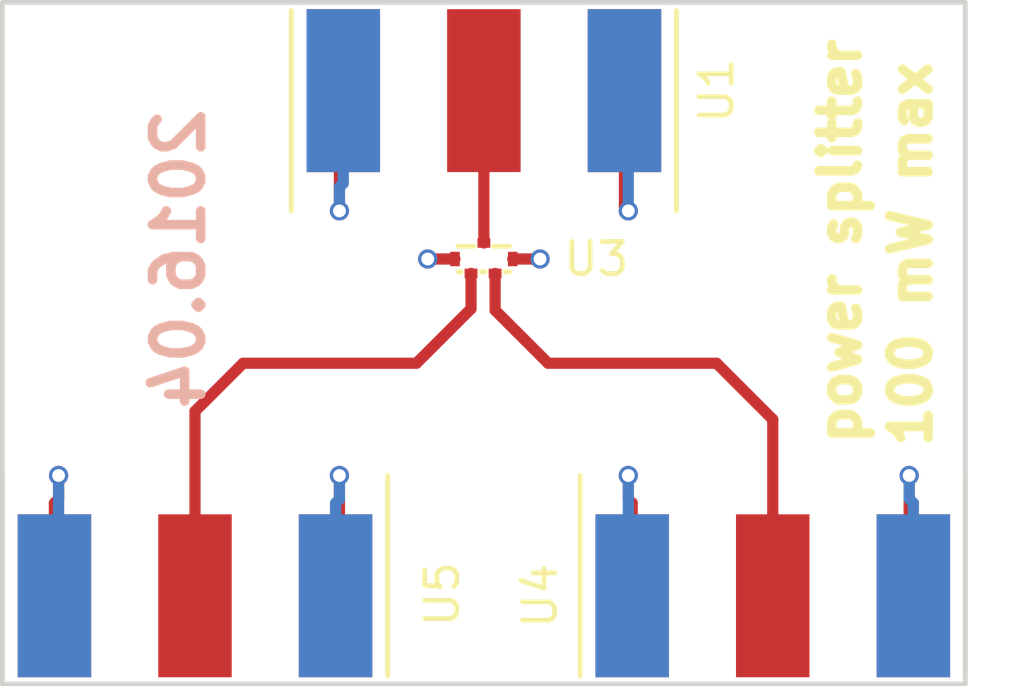
<source format=kicad_pcb>
(kicad_pcb (version 4) (host pcbnew 4.0.2-stable)

  (general
    (links 16)
    (no_connects 14)
    (area 131.524999 92.924999 166.075001 117.075001)
    (thickness 1.6)
    (drawings 7)
    (tracks 51)
    (zones 0)
    (modules 4)
    (nets 5)
  )

  (page A4)
  (layers
    (0 F.Cu signal)
    (1 In1.Cu signal)
    (2 In2.Cu signal)
    (31 B.Cu signal)
    (32 B.Adhes user)
    (33 F.Adhes user)
    (34 B.Paste user)
    (35 F.Paste user)
    (36 B.SilkS user)
    (37 F.SilkS user)
    (38 B.Mask user)
    (39 F.Mask user)
    (40 Dwgs.User user)
    (41 Cmts.User user)
    (42 Eco1.User user)
    (43 Eco2.User user)
    (44 Edge.Cuts user)
    (45 Margin user)
    (46 B.CrtYd user)
    (47 F.CrtYd user)
    (48 B.Fab user)
    (49 F.Fab user)
  )

  (setup
    (last_trace_width 0.35)
    (user_trace_width 0.35)
    (trace_clearance 0.127)
    (zone_clearance 0.7)
    (zone_45_only no)
    (trace_min 0.2)
    (segment_width 0.2)
    (edge_width 0.15)
    (via_size 0.6)
    (via_drill 0.4)
    (via_min_size 0.4)
    (via_min_drill 0.3)
    (uvia_size 0.3)
    (uvia_drill 0.1)
    (uvias_allowed no)
    (uvia_min_size 0)
    (uvia_min_drill 0)
    (pcb_text_width 0.3)
    (pcb_text_size 1.5 1.5)
    (mod_edge_width 0.15)
    (mod_text_size 1 1)
    (mod_text_width 0.15)
    (pad_size 1.524 1.524)
    (pad_drill 0.762)
    (pad_to_mask_clearance 0.2)
    (aux_axis_origin 0 0)
    (visible_elements FFFEFF7F)
    (pcbplotparams
      (layerselection 0x010f0_80000007)
      (usegerberextensions true)
      (excludeedgelayer true)
      (linewidth 0.100000)
      (plotframeref false)
      (viasonmask false)
      (mode 1)
      (useauxorigin false)
      (hpglpennumber 1)
      (hpglpenspeed 20)
      (hpglpendiameter 15)
      (hpglpenoverlay 2)
      (psnegative false)
      (psa4output false)
      (plotreference true)
      (plotvalue true)
      (plotinvisibletext false)
      (padsonsilk false)
      (subtractmaskfromsilk false)
      (outputformat 1)
      (mirror false)
      (drillshape 0)
      (scaleselection 1)
      (outputdirectory gerbs/))
  )

  (net 0 "")
  (net 1 "Net-(U1-Pad1)")
  (net 2 GND)
  (net 3 "Net-(U3-Pad3)")
  (net 4 "Net-(U3-Pad2)")

  (net_class Default "This is the default net class."
    (clearance 0.127)
    (trace_width 0.25)
    (via_dia 0.6)
    (via_drill 0.4)
    (uvia_dia 0.3)
    (uvia_drill 0.1)
    (add_net GND)
    (add_net "Net-(U1-Pad1)")
    (add_net "Net-(U3-Pad2)")
    (add_net "Net-(U3-Pad3)")
  )

  (module vna_footprints:PS1608 (layer F.Cu) (tedit 56CE5912) (tstamp 56CE599E)
    (at 148.5 103.75)
    (path /56A5DB75)
    (fp_text reference U3 (at 3.5 0) (layer F.SilkS)
      (effects (font (size 1 1) (thickness 0.15)))
    )
    (fp_text value PWR_SPLITTER (at -1.016 -5.08) (layer F.Fab)
      (effects (font (size 1 1) (thickness 0.15)))
    )
    (fp_line (start 0.3 -0.4) (end 0.8 -0.4) (layer F.SilkS) (width 0.15))
    (fp_line (start 0.65 0.4) (end 0.8 0.4) (layer F.SilkS) (width 0.15))
    (fp_line (start -0.1 0.4) (end 0.05 0.4) (layer F.SilkS) (width 0.15))
    (fp_line (start -0.8 0.4) (end -0.7 0.4) (layer F.SilkS) (width 0.15))
    (fp_line (start -0.3 -0.4) (end -0.8 -0.4) (layer F.SilkS) (width 0.15))
    (pad 1 smd rect (at 0 -0.5 180) (size 0.4 0.3) (layers F.Cu F.Paste F.Mask)
      (net 1 "Net-(U1-Pad1)"))
    (pad 2 smd rect (at -0.4 0.45 180) (size 0.4 0.3) (layers F.Cu F.Paste F.Mask)
      (net 4 "Net-(U3-Pad2)"))
    (pad 3 smd rect (at 0.35 0.45 180) (size 0.4 0.3) (layers F.Cu F.Paste F.Mask)
      (net 3 "Net-(U3-Pad3)"))
    (pad 4 smd rect (at 0.9 0 180) (size 0.3 0.45) (layers F.Cu F.Paste F.Mask)
      (net 2 GND))
    (pad 4 smd rect (at -0.9 0 180) (size 0.3 0.45) (layers F.Cu F.Paste F.Mask)
      (net 2 GND))
  )

  (module vna_footprints:732511150_sma (layer F.Cu) (tedit 5715A644) (tstamp 5715A884)
    (at 148.5 98.5 180)
    (path /56A5DE18)
    (fp_text reference U1 (at -7.25 0 270) (layer F.SilkS)
      (effects (font (size 1 1) (thickness 0.15)))
    )
    (fp_text value CONN_SMA (at 7 -3.5 270) (layer F.Fab)
      (effects (font (size 1 1) (thickness 0.15)))
    )
    (fp_line (start 6 2.5) (end 6 -3.75) (layer F.SilkS) (width 0.15))
    (fp_line (start -6 2.5) (end -6 -3.75) (layer F.SilkS) (width 0.15))
    (pad 1 smd rect (at 0 0 180) (size 2.29 5.08) (layers F.Cu F.Paste F.Mask)
      (net 1 "Net-(U1-Pad1)"))
    (pad 2 smd rect (at 4.38 0 180) (size 2.29 5.08) (layers F.Cu F.Paste F.Mask)
      (net 2 GND))
    (pad 3 smd rect (at -4.38 0 180) (size 2.29 5.08) (layers F.Cu F.Paste F.Mask)
      (net 2 GND))
    (pad 4 smd rect (at -4.38 0 180) (size 2.29 5.08) (layers B.Cu B.Paste B.Mask)
      (net 2 GND))
    (pad 5 smd rect (at 4.38 0 180) (size 2.29 5.08) (layers B.Cu B.Paste B.Mask)
      (net 2 GND))
  )

  (module vna_footprints:732511150_sma (layer F.Cu) (tedit 5715A644) (tstamp 5715A88C)
    (at 157.5 114.25)
    (path /56A5DDCB)
    (fp_text reference U4 (at -7.25 0 90) (layer F.SilkS)
      (effects (font (size 1 1) (thickness 0.15)))
    )
    (fp_text value CONN_SMA (at 7 -3.5 90) (layer F.Fab)
      (effects (font (size 1 1) (thickness 0.15)))
    )
    (fp_line (start 6 2.5) (end 6 -3.75) (layer F.SilkS) (width 0.15))
    (fp_line (start -6 2.5) (end -6 -3.75) (layer F.SilkS) (width 0.15))
    (pad 1 smd rect (at 0 0) (size 2.29 5.08) (layers F.Cu F.Paste F.Mask)
      (net 3 "Net-(U3-Pad3)"))
    (pad 2 smd rect (at 4.38 0) (size 2.29 5.08) (layers F.Cu F.Paste F.Mask)
      (net 2 GND))
    (pad 3 smd rect (at -4.38 0) (size 2.29 5.08) (layers F.Cu F.Paste F.Mask)
      (net 2 GND))
    (pad 4 smd rect (at -4.38 0) (size 2.29 5.08) (layers B.Cu B.Paste B.Mask)
      (net 2 GND))
    (pad 5 smd rect (at 4.38 0) (size 2.29 5.08) (layers B.Cu B.Paste B.Mask)
      (net 2 GND))
  )

  (module vna_footprints:732511150_sma (layer F.Cu) (tedit 5715A644) (tstamp 5715A894)
    (at 139.5 114.25)
    (path /56A5DD34)
    (fp_text reference U5 (at 7.7 -0.05 90) (layer F.SilkS)
      (effects (font (size 1 1) (thickness 0.15)))
    )
    (fp_text value CONN_SMA (at 7 -3.5 90) (layer F.Fab)
      (effects (font (size 1 1) (thickness 0.15)))
    )
    (fp_line (start 6 2.5) (end 6 -3.75) (layer F.SilkS) (width 0.15))
    (fp_line (start -6 2.5) (end -6 -3.75) (layer F.SilkS) (width 0.15))
    (pad 1 smd rect (at 0 0) (size 2.29 5.08) (layers F.Cu F.Paste F.Mask)
      (net 4 "Net-(U3-Pad2)"))
    (pad 2 smd rect (at 4.38 0) (size 2.29 5.08) (layers F.Cu F.Paste F.Mask)
      (net 2 GND))
    (pad 3 smd rect (at -4.38 0) (size 2.29 5.08) (layers F.Cu F.Paste F.Mask)
      (net 2 GND))
    (pad 4 smd rect (at -4.38 0) (size 2.29 5.08) (layers B.Cu B.Paste B.Mask)
      (net 2 GND))
    (pad 5 smd rect (at 4.38 0) (size 2.29 5.08) (layers B.Cu B.Paste B.Mask)
      (net 2 GND))
  )

  (gr_line (start 163.5 95.75) (end 133.5 95.75) (layer Edge.Cuts) (width 0.15))
  (gr_line (start 163.5 117) (end 163.5 95.75) (layer Edge.Cuts) (width 0.15))
  (gr_line (start 133.5 117) (end 163.5 117) (layer Edge.Cuts) (width 0.15))
  (gr_line (start 133.5 95.75) (end 133.5 117) (layer Edge.Cuts) (width 0.15))
  (gr_text 2016.04 (at 139 103.75 90) (layer B.SilkS)
    (effects (font (size 1.5 1.5) (thickness 0.3)) (justify mirror))
  )
  (gr_text "100 mW max" (at 161.8 103.6 90) (layer F.SilkS)
    (effects (font (size 1.2 1.2) (thickness 0.3)))
  )
  (gr_text "power splitter" (at 159.6 103.2 90) (layer F.SilkS)
    (effects (font (size 1.2 1.2) (thickness 0.3)))
  )

  (segment (start 148.5 103.25) (end 148.5 97.5) (width 0.35) (layer F.Cu) (net 1))
  (segment (start 144 102.25) (end 144 98.62) (width 0.35) (layer F.Cu) (net 2))
  (segment (start 144 98.62) (end 144.12 98.5) (width 0.35) (layer F.Cu) (net 2))
  (via (at 144 102.25) (size 0.6) (drill 0.4) (layers F.Cu B.Cu) (net 2))
  (segment (start 144 102) (end 144 102.25) (width 0.35) (layer B.Cu) (net 2))
  (segment (start 144 101.51) (end 144 102) (width 0.35) (layer B.Cu) (net 2))
  (segment (start 144.12 98.5) (end 144.12 101.39) (width 0.35) (layer B.Cu) (net 2))
  (segment (start 144.12 101.39) (end 144 101.51) (width 0.35) (layer B.Cu) (net 2))
  (segment (start 153 102.25) (end 153 98.62) (width 0.35) (layer B.Cu) (net 2))
  (segment (start 153 98.62) (end 152.88 98.5) (width 0.35) (layer B.Cu) (net 2))
  (segment (start 152.88 98.5) (end 152.88 102.13) (width 0.35) (layer F.Cu) (net 2))
  (segment (start 152.88 102.13) (end 153 102.25) (width 0.35) (layer F.Cu) (net 2))
  (via (at 153 102.25) (size 0.6) (drill 0.4) (layers F.Cu B.Cu) (net 2))
  (segment (start 161.75 110.5) (end 161.75 114.12) (width 0.35) (layer F.Cu) (net 2))
  (segment (start 161.75 114.12) (end 161.88 114.25) (width 0.35) (layer F.Cu) (net 2))
  (segment (start 161.75 111.23) (end 161.75 110.5) (width 0.35) (layer B.Cu) (net 2))
  (via (at 161.75 110.5) (size 0.6) (drill 0.4) (layers F.Cu B.Cu) (net 2))
  (segment (start 161.88 114.25) (end 161.88 111.36) (width 0.35) (layer B.Cu) (net 2))
  (segment (start 161.88 111.36) (end 161.75 111.23) (width 0.35) (layer B.Cu) (net 2))
  (segment (start 153 110.5) (end 153 114.13) (width 0.35) (layer B.Cu) (net 2))
  (segment (start 153 114.13) (end 153.12 114.25) (width 0.35) (layer B.Cu) (net 2))
  (segment (start 153 111.24) (end 153 110.5) (width 0.35) (layer F.Cu) (net 2))
  (via (at 153 110.5) (size 0.6) (drill 0.4) (layers F.Cu B.Cu) (net 2))
  (segment (start 153.12 114.25) (end 153.12 111.36) (width 0.35) (layer F.Cu) (net 2))
  (segment (start 153.12 111.36) (end 153 111.24) (width 0.35) (layer F.Cu) (net 2))
  (segment (start 144 110.5) (end 144 114.13) (width 0.35) (layer F.Cu) (net 2))
  (segment (start 144 114.13) (end 143.88 114.25) (width 0.35) (layer F.Cu) (net 2))
  (via (at 144 110.5) (size 0.6) (drill 0.4) (layers F.Cu B.Cu) (net 2))
  (segment (start 144 111.24) (end 144 110.5) (width 0.35) (layer B.Cu) (net 2))
  (segment (start 143.88 114.25) (end 143.88 111.36) (width 0.35) (layer B.Cu) (net 2))
  (segment (start 143.88 111.36) (end 144 111.24) (width 0.35) (layer B.Cu) (net 2))
  (segment (start 135.25 110.5) (end 135.25 114.12) (width 0.35) (layer B.Cu) (net 2))
  (segment (start 135.25 114.12) (end 135.12 114.25) (width 0.35) (layer B.Cu) (net 2))
  (segment (start 135.25 111.23) (end 135.25 110.5) (width 0.35) (layer F.Cu) (net 2))
  (via (at 135.25 110.5) (size 0.6) (drill 0.4) (layers F.Cu B.Cu) (net 2))
  (segment (start 135.12 114.25) (end 135.12 111.36) (width 0.35) (layer F.Cu) (net 2))
  (segment (start 135.12 111.36) (end 135.25 111.23) (width 0.35) (layer F.Cu) (net 2))
  (via (at 150.25 103.75) (size 0.6) (drill 0.4) (layers F.Cu B.Cu) (net 2))
  (segment (start 149.4 103.75) (end 150.25 103.75) (width 0.35) (layer F.Cu) (net 2))
  (via (at 146.75 103.75) (size 0.6) (drill 0.4) (layers F.Cu B.Cu) (net 2))
  (segment (start 147.6 103.75) (end 146.75 103.75) (width 0.35) (layer F.Cu) (net 2))
  (segment (start 148.85 104.2) (end 148.85 105.35) (width 0.35) (layer F.Cu) (net 3))
  (segment (start 150.5 107) (end 155.75 107) (width 0.35) (layer F.Cu) (net 3))
  (segment (start 148.85 105.35) (end 150.5 107) (width 0.35) (layer F.Cu) (net 3))
  (segment (start 155.75 107) (end 157.5 108.75) (width 0.35) (layer F.Cu) (net 3))
  (segment (start 157.5 108.75) (end 157.5 114.25) (width 0.35) (layer F.Cu) (net 3))
  (segment (start 141 107) (end 139.5 108.5) (width 0.35) (layer F.Cu) (net 4))
  (segment (start 139.5 108.5) (end 139.5 114.25) (width 0.35) (layer F.Cu) (net 4))
  (segment (start 146.4 107) (end 141 107) (width 0.35) (layer F.Cu) (net 4))
  (segment (start 148.1 105.3) (end 146.4 107) (width 0.35) (layer F.Cu) (net 4))
  (segment (start 148.1 104.2) (end 148.1 105.3) (width 0.35) (layer F.Cu) (net 4))

  (zone (net 2) (net_name GND) (layer In1.Cu) (tstamp 0) (hatch edge 0.508)
    (connect_pads yes (clearance 0.7))
    (min_thickness 0.254)
    (fill yes (arc_segments 16) (thermal_gap 0.508) (thermal_bridge_width 0.508))
    (polygon
      (pts
        (xy 133.5 95.75) (xy 163.5 95.75) (xy 163.5 117) (xy 133.5 117)
      )
    )
    (filled_polygon
      (pts
        (xy 162.598 116.098) (xy 134.402 116.098) (xy 134.402 96.652) (xy 162.598 96.652)
      )
    )
  )
)

</source>
